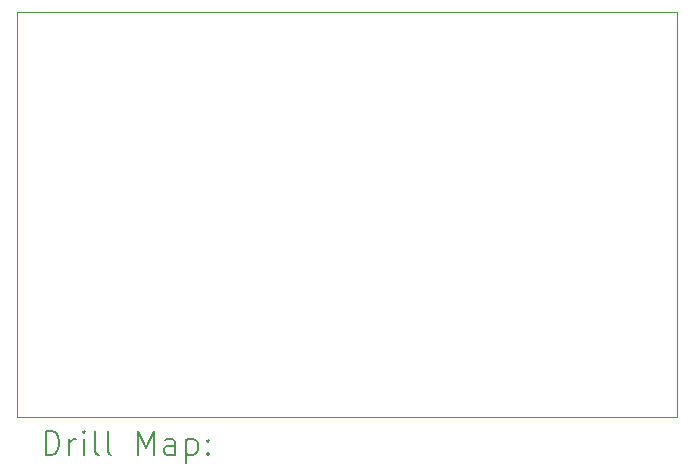
<source format=gbr>
%TF.GenerationSoftware,KiCad,Pcbnew,7.0.1*%
%TF.CreationDate,2023-03-23T13:10:33+01:00*%
%TF.ProjectId,BMS_Ctrl_DE-9_Adaptor,424d535f-4374-4726-9c5f-44452d395f41,rev?*%
%TF.SameCoordinates,Original*%
%TF.FileFunction,Drillmap*%
%TF.FilePolarity,Positive*%
%FSLAX45Y45*%
G04 Gerber Fmt 4.5, Leading zero omitted, Abs format (unit mm)*
G04 Created by KiCad (PCBNEW 7.0.1) date 2023-03-23 13:10:33*
%MOMM*%
%LPD*%
G01*
G04 APERTURE LIST*
%ADD10C,0.100000*%
%ADD11C,0.200000*%
G04 APERTURE END LIST*
D10*
X11049000Y-6858000D02*
X16637000Y-6858000D01*
X16637000Y-10287000D01*
X11049000Y-10287000D01*
X11049000Y-6858000D01*
D11*
X11291619Y-10604524D02*
X11291619Y-10404524D01*
X11291619Y-10404524D02*
X11339238Y-10404524D01*
X11339238Y-10404524D02*
X11367809Y-10414048D01*
X11367809Y-10414048D02*
X11386857Y-10433095D01*
X11386857Y-10433095D02*
X11396381Y-10452143D01*
X11396381Y-10452143D02*
X11405905Y-10490238D01*
X11405905Y-10490238D02*
X11405905Y-10518810D01*
X11405905Y-10518810D02*
X11396381Y-10556905D01*
X11396381Y-10556905D02*
X11386857Y-10575952D01*
X11386857Y-10575952D02*
X11367809Y-10595000D01*
X11367809Y-10595000D02*
X11339238Y-10604524D01*
X11339238Y-10604524D02*
X11291619Y-10604524D01*
X11491619Y-10604524D02*
X11491619Y-10471190D01*
X11491619Y-10509286D02*
X11501143Y-10490238D01*
X11501143Y-10490238D02*
X11510667Y-10480714D01*
X11510667Y-10480714D02*
X11529714Y-10471190D01*
X11529714Y-10471190D02*
X11548762Y-10471190D01*
X11615428Y-10604524D02*
X11615428Y-10471190D01*
X11615428Y-10404524D02*
X11605905Y-10414048D01*
X11605905Y-10414048D02*
X11615428Y-10423571D01*
X11615428Y-10423571D02*
X11624952Y-10414048D01*
X11624952Y-10414048D02*
X11615428Y-10404524D01*
X11615428Y-10404524D02*
X11615428Y-10423571D01*
X11739238Y-10604524D02*
X11720190Y-10595000D01*
X11720190Y-10595000D02*
X11710667Y-10575952D01*
X11710667Y-10575952D02*
X11710667Y-10404524D01*
X11844000Y-10604524D02*
X11824952Y-10595000D01*
X11824952Y-10595000D02*
X11815428Y-10575952D01*
X11815428Y-10575952D02*
X11815428Y-10404524D01*
X12072571Y-10604524D02*
X12072571Y-10404524D01*
X12072571Y-10404524D02*
X12139238Y-10547381D01*
X12139238Y-10547381D02*
X12205905Y-10404524D01*
X12205905Y-10404524D02*
X12205905Y-10604524D01*
X12386857Y-10604524D02*
X12386857Y-10499762D01*
X12386857Y-10499762D02*
X12377333Y-10480714D01*
X12377333Y-10480714D02*
X12358286Y-10471190D01*
X12358286Y-10471190D02*
X12320190Y-10471190D01*
X12320190Y-10471190D02*
X12301143Y-10480714D01*
X12386857Y-10595000D02*
X12367809Y-10604524D01*
X12367809Y-10604524D02*
X12320190Y-10604524D01*
X12320190Y-10604524D02*
X12301143Y-10595000D01*
X12301143Y-10595000D02*
X12291619Y-10575952D01*
X12291619Y-10575952D02*
X12291619Y-10556905D01*
X12291619Y-10556905D02*
X12301143Y-10537857D01*
X12301143Y-10537857D02*
X12320190Y-10528333D01*
X12320190Y-10528333D02*
X12367809Y-10528333D01*
X12367809Y-10528333D02*
X12386857Y-10518810D01*
X12482095Y-10471190D02*
X12482095Y-10671190D01*
X12482095Y-10480714D02*
X12501143Y-10471190D01*
X12501143Y-10471190D02*
X12539238Y-10471190D01*
X12539238Y-10471190D02*
X12558286Y-10480714D01*
X12558286Y-10480714D02*
X12567809Y-10490238D01*
X12567809Y-10490238D02*
X12577333Y-10509286D01*
X12577333Y-10509286D02*
X12577333Y-10566429D01*
X12577333Y-10566429D02*
X12567809Y-10585476D01*
X12567809Y-10585476D02*
X12558286Y-10595000D01*
X12558286Y-10595000D02*
X12539238Y-10604524D01*
X12539238Y-10604524D02*
X12501143Y-10604524D01*
X12501143Y-10604524D02*
X12482095Y-10595000D01*
X12663048Y-10585476D02*
X12672571Y-10595000D01*
X12672571Y-10595000D02*
X12663048Y-10604524D01*
X12663048Y-10604524D02*
X12653524Y-10595000D01*
X12653524Y-10595000D02*
X12663048Y-10585476D01*
X12663048Y-10585476D02*
X12663048Y-10604524D01*
X12663048Y-10480714D02*
X12672571Y-10490238D01*
X12672571Y-10490238D02*
X12663048Y-10499762D01*
X12663048Y-10499762D02*
X12653524Y-10490238D01*
X12653524Y-10490238D02*
X12663048Y-10480714D01*
X12663048Y-10480714D02*
X12663048Y-10499762D01*
M02*

</source>
